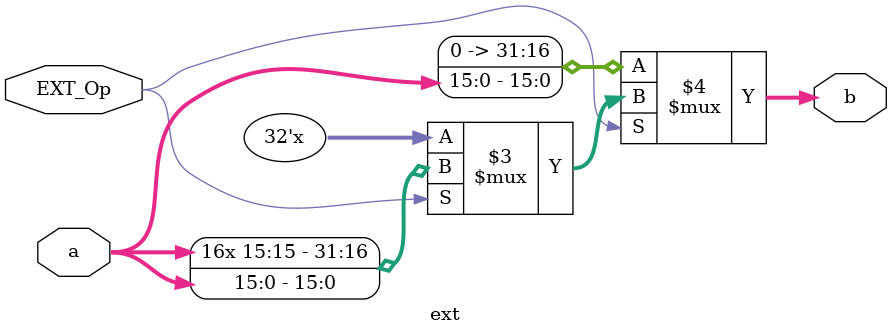
<source format=v>
`timescale 1ns / 1ps
module ext(
	 input  EXT_Op,
    input  [15:0] a,
    output [31:0] b
    );
	 
	assign b = (EXT_Op == 0) ? {16'b0, a} 		 :	// Zero Extend
				  (EXT_Op == 1) ? {{16{a[15]}}, a}:	// Sign Extend
										32'bx				 ;
endmodule

</source>
